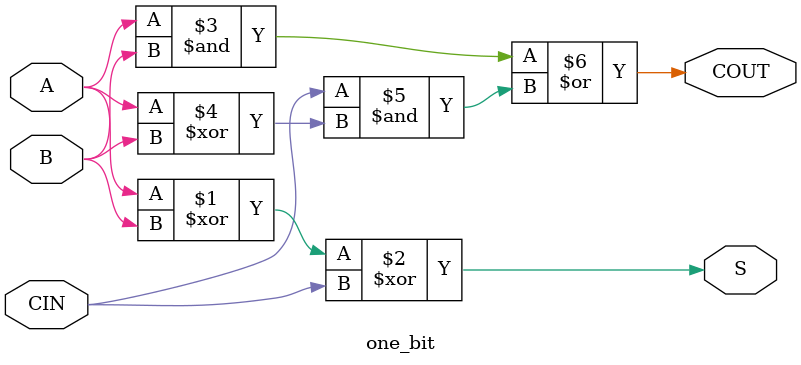
<source format=v>
`timescale 1ns / 1ps


module one_bit(
    input A,
    input B,
    input CIN,
    output S,
    output COUT
    );
    
    assign S = A ^ B ^ CIN;
    assign COUT = (A & B) | (CIN & (A ^ B));
endmodule

</source>
